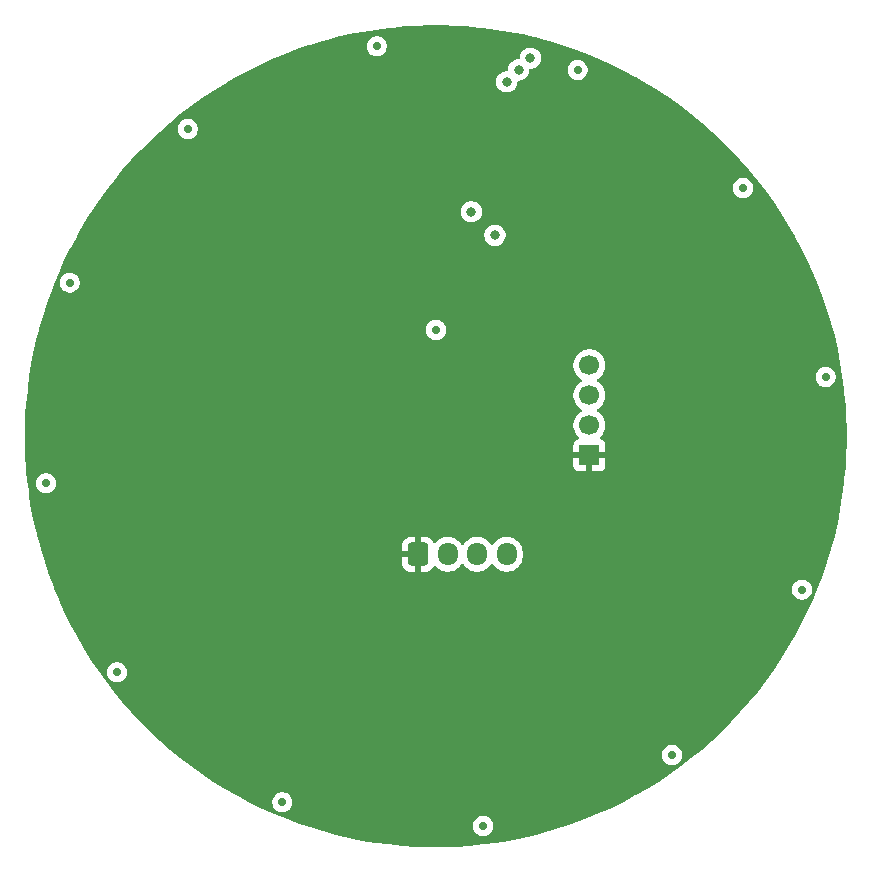
<source format=gbr>
%TF.GenerationSoftware,KiCad,Pcbnew,9.0.6*%
%TF.CreationDate,2026-02-24T16:40:53+01:00*%
%TF.ProjectId,MPC-Status,4d50432d-5374-4617-9475-732e6b696361,rev?*%
%TF.SameCoordinates,Original*%
%TF.FileFunction,Copper,L2,Inr*%
%TF.FilePolarity,Positive*%
%FSLAX46Y46*%
G04 Gerber Fmt 4.6, Leading zero omitted, Abs format (unit mm)*
G04 Created by KiCad (PCBNEW 9.0.6) date 2026-02-24 16:40:53*
%MOMM*%
%LPD*%
G01*
G04 APERTURE LIST*
G04 Aperture macros list*
%AMRoundRect*
0 Rectangle with rounded corners*
0 $1 Rounding radius*
0 $2 $3 $4 $5 $6 $7 $8 $9 X,Y pos of 4 corners*
0 Add a 4 corners polygon primitive as box body*
4,1,4,$2,$3,$4,$5,$6,$7,$8,$9,$2,$3,0*
0 Add four circle primitives for the rounded corners*
1,1,$1+$1,$2,$3*
1,1,$1+$1,$4,$5*
1,1,$1+$1,$6,$7*
1,1,$1+$1,$8,$9*
0 Add four rect primitives between the rounded corners*
20,1,$1+$1,$2,$3,$4,$5,0*
20,1,$1+$1,$4,$5,$6,$7,0*
20,1,$1+$1,$6,$7,$8,$9,0*
20,1,$1+$1,$8,$9,$2,$3,0*%
G04 Aperture macros list end*
%TA.AperFunction,ComponentPad*%
%ADD10R,1.700000X1.700000*%
%TD*%
%TA.AperFunction,ComponentPad*%
%ADD11C,1.700000*%
%TD*%
%TA.AperFunction,ComponentPad*%
%ADD12RoundRect,0.250000X-0.600000X-0.725000X0.600000X-0.725000X0.600000X0.725000X-0.600000X0.725000X0*%
%TD*%
%TA.AperFunction,ComponentPad*%
%ADD13O,1.700000X1.950000*%
%TD*%
%TA.AperFunction,ViaPad*%
%ADD14C,0.800000*%
%TD*%
%TA.AperFunction,ViaPad*%
%ADD15C,0.700000*%
%TD*%
G04 APERTURE END LIST*
D10*
%TO.N,GND*%
%TO.C,J1*%
X163000000Y-106620000D03*
D11*
%TO.N,Reset*%
X163000000Y-104080000D03*
%TO.N,Programmierpin*%
X163000000Y-101540000D03*
%TO.N,+5V*%
X163000000Y-99000000D03*
%TD*%
D12*
%TO.N,GND*%
%TO.C,J2*%
X148500000Y-115000000D03*
D13*
%TO.N,I2C_SDA*%
X151000000Y-115000000D03*
%TO.N,I2C_SCL*%
X153500000Y-115000000D03*
%TO.N,+5V*%
X156000000Y-115000000D03*
%TD*%
D14*
%TO.N,+5VD*%
X157000000Y-74000000D03*
X156000000Y-75000000D03*
X158000000Y-73000000D03*
%TO.N,GND*%
X165000000Y-92000000D03*
X164000000Y-94000000D03*
%TO.N,+5V*%
X153000000Y-86000000D03*
X155000000Y-88000000D03*
D15*
X150000000Y-96000000D03*
%TO.N,GND*%
X130000000Y-84000000D03*
X133000000Y-126000000D03*
X160000000Y-130000000D03*
X125000000Y-114000000D03*
X124000000Y-101000000D03*
X140000000Y-79000000D03*
X143000000Y-76000000D03*
X158000000Y-77000000D03*
X142000000Y-134000000D03*
X157000000Y-135000000D03*
X167000000Y-84000000D03*
X154000000Y-78000000D03*
X171000000Y-85000000D03*
X129000000Y-88000000D03*
X122000000Y-97000000D03*
X154000000Y-96000000D03*
X128000000Y-126000000D03*
X179000000Y-113000000D03*
X171000000Y-127000000D03*
X178000000Y-98000000D03*
X175000000Y-96000000D03*
X177000000Y-110000000D03*
X171000000Y-122000000D03*
X146000000Y-131000000D03*
X122000000Y-112000000D03*
%TO.N,+5VD*%
X162000000Y-74000000D03*
X176000000Y-84000000D03*
X119000000Y-92000000D03*
X145000000Y-72000000D03*
X137000000Y-136000000D03*
X123000000Y-125000000D03*
X117000000Y-109000000D03*
X129000000Y-79000000D03*
X154000000Y-138000000D03*
X170000000Y-132000000D03*
X183000000Y-100000000D03*
X181000000Y-118000000D03*
%TD*%
%TA.AperFunction,Conductor*%
%TO.N,GND*%
G36*
X150571396Y-70205224D02*
G01*
X151705528Y-70242352D01*
X151709523Y-70242548D01*
X152841843Y-70316764D01*
X152845881Y-70317095D01*
X153975167Y-70428320D01*
X153979099Y-70428773D01*
X155104146Y-70576888D01*
X155108113Y-70577476D01*
X156227738Y-70762327D01*
X156231680Y-70763045D01*
X157344615Y-70984421D01*
X157348490Y-70985258D01*
X158287811Y-71204276D01*
X158453607Y-71242935D01*
X158457543Y-71243921D01*
X158935911Y-71372099D01*
X159553617Y-71537612D01*
X159557443Y-71538705D01*
X160643383Y-71868122D01*
X160647166Y-71869337D01*
X161721683Y-72234087D01*
X161725492Y-72235450D01*
X162787461Y-72635147D01*
X162791230Y-72636636D01*
X163839591Y-73070880D01*
X163843279Y-73072479D01*
X164876858Y-73540789D01*
X164880526Y-73542524D01*
X165898211Y-74044390D01*
X165901820Y-74046244D01*
X166902554Y-74581147D01*
X166906051Y-74583090D01*
X167888778Y-75150468D01*
X167892230Y-75152538D01*
X168771759Y-75699464D01*
X168855826Y-75751740D01*
X168859228Y-75753933D01*
X169802716Y-76384351D01*
X169806052Y-76386660D01*
X170728387Y-77047597D01*
X170731646Y-77050014D01*
X171631866Y-77740777D01*
X171635045Y-77743300D01*
X172512200Y-78463162D01*
X172515257Y-78465755D01*
X173008868Y-78898641D01*
X173368399Y-79213941D01*
X173371405Y-79216666D01*
X174199573Y-79992330D01*
X174202489Y-79995152D01*
X175004847Y-80797510D01*
X175007669Y-80800426D01*
X175783333Y-81628594D01*
X175786058Y-81631600D01*
X176534228Y-82484724D01*
X176536853Y-82487818D01*
X177256699Y-83364954D01*
X177259222Y-83368133D01*
X177949985Y-84268353D01*
X177952402Y-84271612D01*
X178613339Y-85193947D01*
X178615648Y-85197283D01*
X179246060Y-86140762D01*
X179248259Y-86144173D01*
X179847453Y-87107755D01*
X179849539Y-87111235D01*
X180416895Y-88093924D01*
X180418866Y-88097471D01*
X180953755Y-89098179D01*
X180955609Y-89101788D01*
X181457475Y-90119473D01*
X181459210Y-90123141D01*
X181927512Y-91156703D01*
X181929126Y-91160426D01*
X182363361Y-92208764D01*
X182364852Y-92212538D01*
X182764549Y-93274507D01*
X182765916Y-93278327D01*
X183130645Y-94352783D01*
X183131887Y-94356647D01*
X183461281Y-95442511D01*
X183462395Y-95446413D01*
X183756078Y-96542456D01*
X183757064Y-96546392D01*
X184014731Y-97651464D01*
X184015587Y-97655430D01*
X184236949Y-98768294D01*
X184237676Y-98772286D01*
X184422519Y-99891863D01*
X184423114Y-99895877D01*
X184571220Y-101020851D01*
X184571684Y-101024882D01*
X184682903Y-102154115D01*
X184683235Y-102158159D01*
X184757449Y-103290447D01*
X184757648Y-103294500D01*
X184794776Y-104428603D01*
X184794842Y-104432660D01*
X184794842Y-105567339D01*
X184794776Y-105571396D01*
X184757648Y-106705499D01*
X184757449Y-106709552D01*
X184683235Y-107841840D01*
X184682903Y-107845884D01*
X184571684Y-108975117D01*
X184571220Y-108979148D01*
X184423114Y-110104122D01*
X184422519Y-110108136D01*
X184237676Y-111227713D01*
X184236949Y-111231705D01*
X184015587Y-112344569D01*
X184014731Y-112348535D01*
X183757064Y-113453607D01*
X183756078Y-113457543D01*
X183462395Y-114553586D01*
X183461281Y-114557488D01*
X183131887Y-115643352D01*
X183130645Y-115647216D01*
X182765916Y-116721672D01*
X182764549Y-116725492D01*
X182364852Y-117787461D01*
X182363361Y-117791235D01*
X181929126Y-118839573D01*
X181927512Y-118843296D01*
X181459210Y-119876858D01*
X181457475Y-119880526D01*
X180955609Y-120898211D01*
X180953755Y-120901820D01*
X180418866Y-121902528D01*
X180416895Y-121906075D01*
X179849539Y-122888764D01*
X179847453Y-122892244D01*
X179248259Y-123855826D01*
X179246060Y-123859237D01*
X178615648Y-124802716D01*
X178613339Y-124806052D01*
X177952402Y-125728387D01*
X177949985Y-125731646D01*
X177259222Y-126631866D01*
X177256699Y-126635045D01*
X176536853Y-127512181D01*
X176534228Y-127515275D01*
X175786058Y-128368399D01*
X175783333Y-128371405D01*
X175007669Y-129199573D01*
X175004847Y-129202489D01*
X174202489Y-130004847D01*
X174199573Y-130007669D01*
X173371405Y-130783333D01*
X173368399Y-130786058D01*
X172515275Y-131534228D01*
X172512181Y-131536853D01*
X171635045Y-132256699D01*
X171631866Y-132259222D01*
X170731646Y-132949985D01*
X170728387Y-132952402D01*
X169806052Y-133613339D01*
X169802716Y-133615648D01*
X168859237Y-134246060D01*
X168855826Y-134248259D01*
X167892244Y-134847453D01*
X167888764Y-134849539D01*
X166906075Y-135416895D01*
X166902528Y-135418866D01*
X165901820Y-135953755D01*
X165898211Y-135955609D01*
X164880526Y-136457475D01*
X164876858Y-136459210D01*
X163843296Y-136927512D01*
X163839573Y-136929126D01*
X162791235Y-137363361D01*
X162787461Y-137364852D01*
X161725492Y-137764549D01*
X161721672Y-137765916D01*
X160647216Y-138130645D01*
X160643352Y-138131887D01*
X159557488Y-138461281D01*
X159553586Y-138462395D01*
X158457543Y-138756078D01*
X158453607Y-138757064D01*
X157348535Y-139014731D01*
X157344569Y-139015587D01*
X156231705Y-139236949D01*
X156227713Y-139237676D01*
X155108136Y-139422519D01*
X155104122Y-139423114D01*
X153979148Y-139571220D01*
X153975117Y-139571684D01*
X152845884Y-139682903D01*
X152841840Y-139683235D01*
X151709552Y-139757449D01*
X151705499Y-139757648D01*
X150571396Y-139794776D01*
X150567339Y-139794842D01*
X149432661Y-139794842D01*
X149428604Y-139794776D01*
X148294500Y-139757648D01*
X148290447Y-139757449D01*
X147158159Y-139683235D01*
X147154115Y-139682903D01*
X146024882Y-139571684D01*
X146020851Y-139571220D01*
X144895877Y-139423114D01*
X144891863Y-139422519D01*
X143772286Y-139237676D01*
X143768294Y-139236949D01*
X142655430Y-139015587D01*
X142651464Y-139014731D01*
X141546392Y-138757064D01*
X141542456Y-138756078D01*
X140446413Y-138462395D01*
X140442511Y-138461281D01*
X139356647Y-138131887D01*
X139352796Y-138130649D01*
X138721143Y-137916232D01*
X138721131Y-137916228D01*
X153149500Y-137916228D01*
X153149500Y-138083771D01*
X153182182Y-138248074D01*
X153182184Y-138248082D01*
X153246295Y-138402860D01*
X153339373Y-138542162D01*
X153457837Y-138660626D01*
X153550494Y-138722537D01*
X153597137Y-138753703D01*
X153597138Y-138753703D01*
X153597139Y-138753704D01*
X153604138Y-138756603D01*
X153751918Y-138817816D01*
X153916228Y-138850499D01*
X153916232Y-138850500D01*
X153916233Y-138850500D01*
X154083768Y-138850500D01*
X154083769Y-138850499D01*
X154248082Y-138817816D01*
X154402863Y-138753703D01*
X154542162Y-138660626D01*
X154660626Y-138542162D01*
X154753703Y-138402863D01*
X154817816Y-138248082D01*
X154850500Y-138083767D01*
X154850500Y-137916233D01*
X154817816Y-137751918D01*
X154753703Y-137597137D01*
X154722537Y-137550494D01*
X154660626Y-137457837D01*
X154542162Y-137339373D01*
X154402860Y-137246295D01*
X154248082Y-137182184D01*
X154248074Y-137182182D01*
X154083771Y-137149500D01*
X154083767Y-137149500D01*
X153916233Y-137149500D01*
X153916228Y-137149500D01*
X153751925Y-137182182D01*
X153751917Y-137182184D01*
X153597139Y-137246295D01*
X153457837Y-137339373D01*
X153339373Y-137457837D01*
X153246295Y-137597139D01*
X153182184Y-137751917D01*
X153182182Y-137751925D01*
X153149500Y-137916228D01*
X138721131Y-137916228D01*
X138278327Y-137765916D01*
X138274507Y-137764549D01*
X137212538Y-137364852D01*
X137208764Y-137363361D01*
X136160426Y-136929126D01*
X136156703Y-136927512D01*
X135123141Y-136459210D01*
X135119473Y-136457475D01*
X134235104Y-136021353D01*
X134101788Y-135955609D01*
X134098179Y-135953755D01*
X134027971Y-135916228D01*
X136149500Y-135916228D01*
X136149500Y-136083771D01*
X136182182Y-136248074D01*
X136182184Y-136248082D01*
X136246295Y-136402860D01*
X136339373Y-136542162D01*
X136457837Y-136660626D01*
X136550494Y-136722537D01*
X136597137Y-136753703D01*
X136751918Y-136817816D01*
X136916228Y-136850499D01*
X136916232Y-136850500D01*
X136916233Y-136850500D01*
X137083768Y-136850500D01*
X137083769Y-136850499D01*
X137248082Y-136817816D01*
X137402863Y-136753703D01*
X137542162Y-136660626D01*
X137660626Y-136542162D01*
X137753703Y-136402863D01*
X137817816Y-136248082D01*
X137850500Y-136083767D01*
X137850500Y-135916233D01*
X137817816Y-135751918D01*
X137753703Y-135597137D01*
X137722537Y-135550494D01*
X137660626Y-135457837D01*
X137542162Y-135339373D01*
X137402860Y-135246295D01*
X137248082Y-135182184D01*
X137248074Y-135182182D01*
X137083771Y-135149500D01*
X137083767Y-135149500D01*
X136916233Y-135149500D01*
X136916228Y-135149500D01*
X136751925Y-135182182D01*
X136751917Y-135182184D01*
X136597139Y-135246295D01*
X136457837Y-135339373D01*
X136339373Y-135457837D01*
X136246295Y-135597139D01*
X136182184Y-135751917D01*
X136182182Y-135751925D01*
X136149500Y-135916228D01*
X134027971Y-135916228D01*
X133097471Y-135418866D01*
X133093924Y-135416895D01*
X132111235Y-134849539D01*
X132107755Y-134847453D01*
X131144173Y-134248259D01*
X131140762Y-134246060D01*
X130197283Y-133615648D01*
X130193947Y-133613339D01*
X129271612Y-132952402D01*
X129268353Y-132949985D01*
X128368133Y-132259222D01*
X128364954Y-132256699D01*
X128059469Y-132005994D01*
X127950089Y-131916228D01*
X169149500Y-131916228D01*
X169149500Y-132083771D01*
X169182182Y-132248074D01*
X169182184Y-132248082D01*
X169246295Y-132402860D01*
X169339373Y-132542162D01*
X169457837Y-132660626D01*
X169550494Y-132722537D01*
X169597137Y-132753703D01*
X169751918Y-132817816D01*
X169916228Y-132850499D01*
X169916232Y-132850500D01*
X169916233Y-132850500D01*
X170083768Y-132850500D01*
X170083769Y-132850499D01*
X170248082Y-132817816D01*
X170402863Y-132753703D01*
X170542162Y-132660626D01*
X170660626Y-132542162D01*
X170753703Y-132402863D01*
X170817816Y-132248082D01*
X170850500Y-132083767D01*
X170850500Y-131916233D01*
X170817816Y-131751918D01*
X170753703Y-131597137D01*
X170711668Y-131534228D01*
X170660626Y-131457837D01*
X170542162Y-131339373D01*
X170402860Y-131246295D01*
X170248082Y-131182184D01*
X170248074Y-131182182D01*
X170083771Y-131149500D01*
X170083767Y-131149500D01*
X169916233Y-131149500D01*
X169916228Y-131149500D01*
X169751925Y-131182182D01*
X169751917Y-131182184D01*
X169597139Y-131246295D01*
X169457837Y-131339373D01*
X169339373Y-131457837D01*
X169246295Y-131597139D01*
X169182184Y-131751917D01*
X169182182Y-131751925D01*
X169149500Y-131916228D01*
X127950089Y-131916228D01*
X127561277Y-131597139D01*
X127487805Y-131536842D01*
X127484724Y-131534228D01*
X127156399Y-131246295D01*
X126972868Y-131085342D01*
X126631600Y-130786058D01*
X126628594Y-130783333D01*
X125800426Y-130007669D01*
X125797510Y-130004847D01*
X124995152Y-129202489D01*
X124992330Y-129199573D01*
X124216666Y-128371405D01*
X124213941Y-128368399D01*
X123694622Y-127776229D01*
X123465755Y-127515257D01*
X123463162Y-127512200D01*
X122743300Y-126635045D01*
X122740777Y-126631866D01*
X122050014Y-125731646D01*
X122047597Y-125728387D01*
X121814327Y-125402860D01*
X121465611Y-124916228D01*
X122149500Y-124916228D01*
X122149500Y-125083771D01*
X122182182Y-125248074D01*
X122182184Y-125248082D01*
X122246295Y-125402860D01*
X122339373Y-125542162D01*
X122457837Y-125660626D01*
X122550494Y-125722537D01*
X122597137Y-125753703D01*
X122751918Y-125817816D01*
X122916228Y-125850499D01*
X122916232Y-125850500D01*
X122916233Y-125850500D01*
X123083768Y-125850500D01*
X123083769Y-125850499D01*
X123248082Y-125817816D01*
X123402863Y-125753703D01*
X123542162Y-125660626D01*
X123660626Y-125542162D01*
X123753703Y-125402863D01*
X123817816Y-125248082D01*
X123850500Y-125083767D01*
X123850500Y-124916233D01*
X123817816Y-124751918D01*
X123753703Y-124597137D01*
X123722537Y-124550494D01*
X123660626Y-124457837D01*
X123542162Y-124339373D01*
X123402860Y-124246295D01*
X123248082Y-124182184D01*
X123248074Y-124182182D01*
X123083771Y-124149500D01*
X123083767Y-124149500D01*
X122916233Y-124149500D01*
X122916228Y-124149500D01*
X122751925Y-124182182D01*
X122751917Y-124182184D01*
X122597139Y-124246295D01*
X122457837Y-124339373D01*
X122339373Y-124457837D01*
X122246295Y-124597139D01*
X122182184Y-124751917D01*
X122182182Y-124751925D01*
X122149500Y-124916228D01*
X121465611Y-124916228D01*
X121386657Y-124806048D01*
X121384351Y-124802716D01*
X121153911Y-124457838D01*
X120753933Y-123859228D01*
X120751740Y-123855826D01*
X120152546Y-122892244D01*
X120150460Y-122888764D01*
X119583090Y-121906051D01*
X119581147Y-121902554D01*
X119046244Y-120901820D01*
X119044390Y-120898211D01*
X118542524Y-119880526D01*
X118540789Y-119876858D01*
X118072487Y-118843296D01*
X118070873Y-118839573D01*
X118061861Y-118817817D01*
X117688412Y-117916228D01*
X180149500Y-117916228D01*
X180149500Y-118083771D01*
X180182182Y-118248074D01*
X180182184Y-118248082D01*
X180246295Y-118402860D01*
X180339373Y-118542162D01*
X180457837Y-118660626D01*
X180550494Y-118722537D01*
X180597137Y-118753703D01*
X180751918Y-118817816D01*
X180880016Y-118843296D01*
X180916228Y-118850499D01*
X180916232Y-118850500D01*
X180916233Y-118850500D01*
X181083768Y-118850500D01*
X181083769Y-118850499D01*
X181248082Y-118817816D01*
X181402863Y-118753703D01*
X181542162Y-118660626D01*
X181660626Y-118542162D01*
X181753703Y-118402863D01*
X181817816Y-118248082D01*
X181850500Y-118083767D01*
X181850500Y-117916233D01*
X181817816Y-117751918D01*
X181753703Y-117597137D01*
X181722537Y-117550494D01*
X181660626Y-117457837D01*
X181542162Y-117339373D01*
X181402860Y-117246295D01*
X181248082Y-117182184D01*
X181248074Y-117182182D01*
X181083771Y-117149500D01*
X181083767Y-117149500D01*
X180916233Y-117149500D01*
X180916228Y-117149500D01*
X180751925Y-117182182D01*
X180751917Y-117182184D01*
X180597139Y-117246295D01*
X180457837Y-117339373D01*
X180339373Y-117457837D01*
X180246295Y-117597139D01*
X180182184Y-117751917D01*
X180182182Y-117751925D01*
X180149500Y-117916228D01*
X117688412Y-117916228D01*
X117636636Y-117791230D01*
X117635147Y-117787461D01*
X117235450Y-116725492D01*
X117234083Y-116721672D01*
X117150349Y-116474999D01*
X116869337Y-115647166D01*
X116868122Y-115643383D01*
X116538705Y-114557443D01*
X116537612Y-114553617D01*
X116449563Y-114225013D01*
X147150000Y-114225013D01*
X147150000Y-114750000D01*
X148095854Y-114750000D01*
X148057370Y-114816657D01*
X148025000Y-114937465D01*
X148025000Y-115062535D01*
X148057370Y-115183343D01*
X148095854Y-115250000D01*
X147150001Y-115250000D01*
X147150001Y-115774986D01*
X147160494Y-115877697D01*
X147215641Y-116044119D01*
X147215643Y-116044124D01*
X147307684Y-116193345D01*
X147431654Y-116317315D01*
X147580875Y-116409356D01*
X147580880Y-116409358D01*
X147747302Y-116464505D01*
X147747309Y-116464506D01*
X147850019Y-116474999D01*
X148249999Y-116474999D01*
X148250000Y-116474998D01*
X148250000Y-115404145D01*
X148316657Y-115442630D01*
X148437465Y-115475000D01*
X148562535Y-115475000D01*
X148683343Y-115442630D01*
X148750000Y-115404145D01*
X148750000Y-116474999D01*
X149149972Y-116474999D01*
X149149986Y-116474998D01*
X149252697Y-116464505D01*
X149419119Y-116409358D01*
X149419124Y-116409356D01*
X149568345Y-116317315D01*
X149692317Y-116193343D01*
X149787815Y-116038516D01*
X149839763Y-115991791D01*
X149908725Y-115980568D01*
X149972808Y-116008412D01*
X149981035Y-116015931D01*
X150120213Y-116155109D01*
X150292179Y-116280048D01*
X150292181Y-116280049D01*
X150292184Y-116280051D01*
X150481588Y-116376557D01*
X150683757Y-116442246D01*
X150893713Y-116475500D01*
X150893714Y-116475500D01*
X151106286Y-116475500D01*
X151106287Y-116475500D01*
X151316243Y-116442246D01*
X151518412Y-116376557D01*
X151707816Y-116280051D01*
X151729789Y-116264086D01*
X151879786Y-116155109D01*
X151879788Y-116155106D01*
X151879792Y-116155104D01*
X152030104Y-116004792D01*
X152149683Y-115840204D01*
X152205011Y-115797540D01*
X152274624Y-115791561D01*
X152336420Y-115824166D01*
X152350313Y-115840199D01*
X152377557Y-115877697D01*
X152469896Y-116004792D01*
X152620213Y-116155109D01*
X152792179Y-116280048D01*
X152792181Y-116280049D01*
X152792184Y-116280051D01*
X152981588Y-116376557D01*
X153183757Y-116442246D01*
X153393713Y-116475500D01*
X153393714Y-116475500D01*
X153606286Y-116475500D01*
X153606287Y-116475500D01*
X153816243Y-116442246D01*
X154018412Y-116376557D01*
X154207816Y-116280051D01*
X154229789Y-116264086D01*
X154379786Y-116155109D01*
X154379788Y-116155106D01*
X154379792Y-116155104D01*
X154530104Y-116004792D01*
X154649683Y-115840204D01*
X154705011Y-115797540D01*
X154774624Y-115791561D01*
X154836420Y-115824166D01*
X154850313Y-115840199D01*
X154877557Y-115877697D01*
X154969896Y-116004792D01*
X155120213Y-116155109D01*
X155292179Y-116280048D01*
X155292181Y-116280049D01*
X155292184Y-116280051D01*
X155481588Y-116376557D01*
X155683757Y-116442246D01*
X155893713Y-116475500D01*
X155893714Y-116475500D01*
X156106286Y-116475500D01*
X156106287Y-116475500D01*
X156316243Y-116442246D01*
X156518412Y-116376557D01*
X156707816Y-116280051D01*
X156729789Y-116264086D01*
X156879786Y-116155109D01*
X156879788Y-116155106D01*
X156879792Y-116155104D01*
X157030104Y-116004792D01*
X157030106Y-116004788D01*
X157030109Y-116004786D01*
X157155048Y-115832820D01*
X157155047Y-115832820D01*
X157155051Y-115832816D01*
X157251557Y-115643412D01*
X157317246Y-115441243D01*
X157350500Y-115231287D01*
X157350500Y-114768713D01*
X157317246Y-114558757D01*
X157251557Y-114356588D01*
X157155051Y-114167184D01*
X157155049Y-114167181D01*
X157155048Y-114167179D01*
X157030109Y-113995213D01*
X156879786Y-113844890D01*
X156707820Y-113719951D01*
X156518414Y-113623444D01*
X156518413Y-113623443D01*
X156518412Y-113623443D01*
X156316243Y-113557754D01*
X156316241Y-113557753D01*
X156316240Y-113557753D01*
X156154957Y-113532208D01*
X156106287Y-113524500D01*
X155893713Y-113524500D01*
X155845042Y-113532208D01*
X155683760Y-113557753D01*
X155481585Y-113623444D01*
X155292179Y-113719951D01*
X155120213Y-113844890D01*
X154969894Y-113995209D01*
X154969890Y-113995214D01*
X154850318Y-114159793D01*
X154794989Y-114202459D01*
X154725375Y-114208438D01*
X154663580Y-114175833D01*
X154649682Y-114159793D01*
X154530109Y-113995214D01*
X154530105Y-113995209D01*
X154379786Y-113844890D01*
X154207820Y-113719951D01*
X154018414Y-113623444D01*
X154018413Y-113623443D01*
X154018412Y-113623443D01*
X153816243Y-113557754D01*
X153816241Y-113557753D01*
X153816240Y-113557753D01*
X153654957Y-113532208D01*
X153606287Y-113524500D01*
X153393713Y-113524500D01*
X153345042Y-113532208D01*
X153183760Y-113557753D01*
X152981585Y-113623444D01*
X152792179Y-113719951D01*
X152620213Y-113844890D01*
X152469894Y-113995209D01*
X152469890Y-113995214D01*
X152350318Y-114159793D01*
X152294989Y-114202459D01*
X152225375Y-114208438D01*
X152163580Y-114175833D01*
X152149682Y-114159793D01*
X152030109Y-113995214D01*
X152030105Y-113995209D01*
X151879786Y-113844890D01*
X151707820Y-113719951D01*
X151518414Y-113623444D01*
X151518413Y-113623443D01*
X151518412Y-113623443D01*
X151316243Y-113557754D01*
X151316241Y-113557753D01*
X151316240Y-113557753D01*
X151154957Y-113532208D01*
X151106287Y-113524500D01*
X150893713Y-113524500D01*
X150845042Y-113532208D01*
X150683760Y-113557753D01*
X150481585Y-113623444D01*
X150292179Y-113719951D01*
X150120215Y-113844889D01*
X149981035Y-113984069D01*
X149919712Y-114017553D01*
X149850020Y-114012569D01*
X149794087Y-113970697D01*
X149787815Y-113961484D01*
X149692315Y-113806654D01*
X149568345Y-113682684D01*
X149419124Y-113590643D01*
X149419119Y-113590641D01*
X149252697Y-113535494D01*
X149252690Y-113535493D01*
X149149986Y-113525000D01*
X148750000Y-113525000D01*
X148750000Y-114595854D01*
X148683343Y-114557370D01*
X148562535Y-114525000D01*
X148437465Y-114525000D01*
X148316657Y-114557370D01*
X148250000Y-114595854D01*
X148250000Y-113525000D01*
X147850028Y-113525000D01*
X147850012Y-113525001D01*
X147747302Y-113535494D01*
X147580880Y-113590641D01*
X147580875Y-113590643D01*
X147431654Y-113682684D01*
X147307684Y-113806654D01*
X147215643Y-113955875D01*
X147215641Y-113955880D01*
X147160494Y-114122302D01*
X147160493Y-114122309D01*
X147150000Y-114225013D01*
X116449563Y-114225013D01*
X116288374Y-113623444D01*
X116243921Y-113457543D01*
X116242935Y-113453607D01*
X116204276Y-113287811D01*
X115985258Y-112348490D01*
X115984421Y-112344615D01*
X115763045Y-111231680D01*
X115762323Y-111227713D01*
X115586980Y-110165678D01*
X115577476Y-110108113D01*
X115576885Y-110104122D01*
X115543495Y-109850499D01*
X115428773Y-108979099D01*
X115428320Y-108975160D01*
X115422516Y-108916228D01*
X116149500Y-108916228D01*
X116149500Y-109083771D01*
X116182182Y-109248074D01*
X116182184Y-109248082D01*
X116246295Y-109402860D01*
X116339373Y-109542162D01*
X116457837Y-109660626D01*
X116550494Y-109722537D01*
X116597137Y-109753703D01*
X116751918Y-109817816D01*
X116916228Y-109850499D01*
X116916232Y-109850500D01*
X116916233Y-109850500D01*
X117083768Y-109850500D01*
X117083769Y-109850499D01*
X117248082Y-109817816D01*
X117402863Y-109753703D01*
X117542162Y-109660626D01*
X117660626Y-109542162D01*
X117753703Y-109402863D01*
X117817816Y-109248082D01*
X117850500Y-109083767D01*
X117850500Y-108916233D01*
X117817816Y-108751918D01*
X117753703Y-108597137D01*
X117722537Y-108550494D01*
X117660626Y-108457837D01*
X117542162Y-108339373D01*
X117402860Y-108246295D01*
X117248082Y-108182184D01*
X117248074Y-108182182D01*
X117083771Y-108149500D01*
X117083767Y-108149500D01*
X116916233Y-108149500D01*
X116916228Y-108149500D01*
X116751925Y-108182182D01*
X116751917Y-108182184D01*
X116597139Y-108246295D01*
X116457837Y-108339373D01*
X116339373Y-108457837D01*
X116246295Y-108597139D01*
X116182184Y-108751917D01*
X116182182Y-108751925D01*
X116149500Y-108916228D01*
X115422516Y-108916228D01*
X115317095Y-107845881D01*
X115316764Y-107841840D01*
X115308260Y-107712093D01*
X115242548Y-106709523D01*
X115242351Y-106705499D01*
X115237397Y-106554174D01*
X115205224Y-105571396D01*
X115205158Y-105567339D01*
X115205158Y-104432660D01*
X115205224Y-104428603D01*
X115206283Y-104396243D01*
X115242352Y-103294468D01*
X115242548Y-103290479D01*
X115316764Y-102158151D01*
X115317096Y-102154115D01*
X115346434Y-101856239D01*
X115428321Y-101024825D01*
X115428772Y-101020907D01*
X115576889Y-99895844D01*
X115577475Y-99891895D01*
X115742275Y-98893713D01*
X161649500Y-98893713D01*
X161649500Y-99106286D01*
X161671675Y-99246297D01*
X161682754Y-99316243D01*
X161728761Y-99457838D01*
X161748444Y-99518414D01*
X161844951Y-99707820D01*
X161969890Y-99879786D01*
X162120213Y-100030109D01*
X162292182Y-100155050D01*
X162300946Y-100159516D01*
X162351742Y-100207491D01*
X162368536Y-100275312D01*
X162345998Y-100341447D01*
X162300946Y-100380484D01*
X162292182Y-100384949D01*
X162120213Y-100509890D01*
X161969890Y-100660213D01*
X161844951Y-100832179D01*
X161748444Y-101021585D01*
X161682753Y-101223760D01*
X161649500Y-101433713D01*
X161649500Y-101646286D01*
X161682753Y-101856239D01*
X161748444Y-102058414D01*
X161844951Y-102247820D01*
X161969890Y-102419786D01*
X162120213Y-102570109D01*
X162292182Y-102695050D01*
X162300946Y-102699516D01*
X162351742Y-102747491D01*
X162368536Y-102815312D01*
X162345998Y-102881447D01*
X162300946Y-102920484D01*
X162292182Y-102924949D01*
X162120213Y-103049890D01*
X161969890Y-103200213D01*
X161844951Y-103372179D01*
X161748444Y-103561585D01*
X161682753Y-103763760D01*
X161649500Y-103973713D01*
X161649500Y-104186287D01*
X161682754Y-104396243D01*
X161693268Y-104428603D01*
X161748444Y-104598414D01*
X161844951Y-104787820D01*
X161969890Y-104959786D01*
X162083818Y-105073714D01*
X162117303Y-105135037D01*
X162112319Y-105204729D01*
X162070447Y-105260662D01*
X162039471Y-105277577D01*
X161907912Y-105326646D01*
X161907906Y-105326649D01*
X161792812Y-105412809D01*
X161792809Y-105412812D01*
X161706649Y-105527906D01*
X161706645Y-105527913D01*
X161656403Y-105662620D01*
X161656401Y-105662627D01*
X161650000Y-105722155D01*
X161650000Y-106370000D01*
X162566988Y-106370000D01*
X162534075Y-106427007D01*
X162500000Y-106554174D01*
X162500000Y-106685826D01*
X162534075Y-106812993D01*
X162566988Y-106870000D01*
X161650000Y-106870000D01*
X161650000Y-107517844D01*
X161656401Y-107577372D01*
X161656403Y-107577379D01*
X161706645Y-107712086D01*
X161706649Y-107712093D01*
X161792809Y-107827187D01*
X161792812Y-107827190D01*
X161907906Y-107913350D01*
X161907913Y-107913354D01*
X162042620Y-107963596D01*
X162042627Y-107963598D01*
X162102155Y-107969999D01*
X162102172Y-107970000D01*
X162750000Y-107970000D01*
X162750000Y-107053012D01*
X162807007Y-107085925D01*
X162934174Y-107120000D01*
X163065826Y-107120000D01*
X163192993Y-107085925D01*
X163250000Y-107053012D01*
X163250000Y-107970000D01*
X163897828Y-107970000D01*
X163897844Y-107969999D01*
X163957372Y-107963598D01*
X163957379Y-107963596D01*
X164092086Y-107913354D01*
X164092093Y-107913350D01*
X164207187Y-107827190D01*
X164207190Y-107827187D01*
X164293350Y-107712093D01*
X164293354Y-107712086D01*
X164343596Y-107577379D01*
X164343598Y-107577372D01*
X164349999Y-107517844D01*
X164350000Y-107517827D01*
X164350000Y-106870000D01*
X163433012Y-106870000D01*
X163465925Y-106812993D01*
X163500000Y-106685826D01*
X163500000Y-106554174D01*
X163465925Y-106427007D01*
X163433012Y-106370000D01*
X164350000Y-106370000D01*
X164350000Y-105722172D01*
X164349999Y-105722155D01*
X164343598Y-105662627D01*
X164343596Y-105662620D01*
X164293354Y-105527913D01*
X164293350Y-105527906D01*
X164207190Y-105412812D01*
X164207187Y-105412809D01*
X164092093Y-105326649D01*
X164092088Y-105326646D01*
X163960528Y-105277577D01*
X163904595Y-105235705D01*
X163880178Y-105170241D01*
X163895030Y-105101968D01*
X163916175Y-105073720D01*
X164030104Y-104959792D01*
X164155051Y-104787816D01*
X164251557Y-104598412D01*
X164317246Y-104396243D01*
X164350500Y-104186287D01*
X164350500Y-103973713D01*
X164317246Y-103763757D01*
X164251557Y-103561588D01*
X164155051Y-103372184D01*
X164155049Y-103372181D01*
X164155048Y-103372179D01*
X164030109Y-103200213D01*
X163879786Y-103049890D01*
X163707820Y-102924951D01*
X163707115Y-102924591D01*
X163699054Y-102920485D01*
X163648259Y-102872512D01*
X163631463Y-102804692D01*
X163653999Y-102738556D01*
X163699054Y-102699515D01*
X163707816Y-102695051D01*
X163729789Y-102679086D01*
X163879786Y-102570109D01*
X163879788Y-102570106D01*
X163879792Y-102570104D01*
X164030104Y-102419792D01*
X164030106Y-102419788D01*
X164030109Y-102419786D01*
X164155048Y-102247820D01*
X164155047Y-102247820D01*
X164155051Y-102247816D01*
X164251557Y-102058412D01*
X164317246Y-101856243D01*
X164350500Y-101646287D01*
X164350500Y-101433713D01*
X164317246Y-101223757D01*
X164251557Y-101021588D01*
X164155051Y-100832184D01*
X164155049Y-100832181D01*
X164155048Y-100832179D01*
X164030109Y-100660213D01*
X163879786Y-100509890D01*
X163707820Y-100384951D01*
X163707115Y-100384591D01*
X163699054Y-100380485D01*
X163648259Y-100332512D01*
X163631463Y-100264692D01*
X163653999Y-100198556D01*
X163699054Y-100159515D01*
X163707816Y-100155051D01*
X163729789Y-100139086D01*
X163879786Y-100030109D01*
X163879788Y-100030106D01*
X163879792Y-100030104D01*
X163993668Y-99916228D01*
X182149500Y-99916228D01*
X182149500Y-100083771D01*
X182182182Y-100248074D01*
X182182184Y-100248082D01*
X182246295Y-100402860D01*
X182339373Y-100542162D01*
X182457837Y-100660626D01*
X182550494Y-100722537D01*
X182597137Y-100753703D01*
X182751918Y-100817816D01*
X182916228Y-100850499D01*
X182916232Y-100850500D01*
X182916233Y-100850500D01*
X183083768Y-100850500D01*
X183083769Y-100850499D01*
X183248082Y-100817816D01*
X183402863Y-100753703D01*
X183542162Y-100660626D01*
X183660626Y-100542162D01*
X183753703Y-100402863D01*
X183817816Y-100248082D01*
X183850500Y-100083767D01*
X183850500Y-99916233D01*
X183817816Y-99751918D01*
X183753703Y-99597137D01*
X183701102Y-99518414D01*
X183660626Y-99457837D01*
X183542162Y-99339373D01*
X183402860Y-99246295D01*
X183248082Y-99182184D01*
X183248074Y-99182182D01*
X183083771Y-99149500D01*
X183083767Y-99149500D01*
X182916233Y-99149500D01*
X182916228Y-99149500D01*
X182751925Y-99182182D01*
X182751917Y-99182184D01*
X182597139Y-99246295D01*
X182457837Y-99339373D01*
X182339373Y-99457837D01*
X182246295Y-99597139D01*
X182182184Y-99751917D01*
X182182182Y-99751925D01*
X182149500Y-99916228D01*
X163993668Y-99916228D01*
X164030104Y-99879792D01*
X164032540Y-99876438D01*
X164061009Y-99837256D01*
X164155048Y-99707820D01*
X164155047Y-99707820D01*
X164155051Y-99707816D01*
X164251557Y-99518412D01*
X164317246Y-99316243D01*
X164350500Y-99106287D01*
X164350500Y-98893713D01*
X164317246Y-98683757D01*
X164251557Y-98481588D01*
X164155051Y-98292184D01*
X164155049Y-98292181D01*
X164155048Y-98292179D01*
X164030109Y-98120213D01*
X163879786Y-97969890D01*
X163707820Y-97844951D01*
X163518414Y-97748444D01*
X163518413Y-97748443D01*
X163518412Y-97748443D01*
X163316243Y-97682754D01*
X163316241Y-97682753D01*
X163316240Y-97682753D01*
X163143727Y-97655430D01*
X163106287Y-97649500D01*
X162893713Y-97649500D01*
X162856273Y-97655430D01*
X162683760Y-97682753D01*
X162481585Y-97748444D01*
X162292179Y-97844951D01*
X162120213Y-97969890D01*
X161969890Y-98120213D01*
X161844951Y-98292179D01*
X161748444Y-98481585D01*
X161682753Y-98683760D01*
X161649500Y-98893713D01*
X115742275Y-98893713D01*
X115762327Y-98772261D01*
X115763043Y-98768330D01*
X115984424Y-97655371D01*
X115985255Y-97651522D01*
X116242936Y-96546386D01*
X116243921Y-96542456D01*
X116366826Y-96083767D01*
X116411718Y-95916228D01*
X149149500Y-95916228D01*
X149149500Y-96083771D01*
X149182182Y-96248074D01*
X149182184Y-96248082D01*
X149246295Y-96402860D01*
X149339373Y-96542162D01*
X149457837Y-96660626D01*
X149550494Y-96722537D01*
X149597137Y-96753703D01*
X149751918Y-96817816D01*
X149916228Y-96850499D01*
X149916232Y-96850500D01*
X149916233Y-96850500D01*
X150083768Y-96850500D01*
X150083769Y-96850499D01*
X150248082Y-96817816D01*
X150402863Y-96753703D01*
X150542162Y-96660626D01*
X150660626Y-96542162D01*
X150753703Y-96402863D01*
X150817816Y-96248082D01*
X150850500Y-96083767D01*
X150850500Y-95916233D01*
X150817816Y-95751918D01*
X150753703Y-95597137D01*
X150722537Y-95550494D01*
X150660626Y-95457837D01*
X150542162Y-95339373D01*
X150402860Y-95246295D01*
X150248082Y-95182184D01*
X150248074Y-95182182D01*
X150083771Y-95149500D01*
X150083767Y-95149500D01*
X149916233Y-95149500D01*
X149916228Y-95149500D01*
X149751925Y-95182182D01*
X149751917Y-95182184D01*
X149597139Y-95246295D01*
X149457837Y-95339373D01*
X149339373Y-95457837D01*
X149246295Y-95597139D01*
X149182184Y-95751917D01*
X149182182Y-95751925D01*
X149149500Y-95916228D01*
X116411718Y-95916228D01*
X116537617Y-95446366D01*
X116538700Y-95442572D01*
X116868127Y-94356598D01*
X116869331Y-94352851D01*
X117234093Y-93278297D01*
X117235450Y-93274507D01*
X117395035Y-92850500D01*
X117635157Y-92212511D01*
X117636627Y-92208790D01*
X117757810Y-91916228D01*
X118149500Y-91916228D01*
X118149500Y-92083771D01*
X118182182Y-92248074D01*
X118182184Y-92248082D01*
X118246295Y-92402860D01*
X118339373Y-92542162D01*
X118457837Y-92660626D01*
X118550494Y-92722537D01*
X118597137Y-92753703D01*
X118751918Y-92817816D01*
X118916228Y-92850499D01*
X118916232Y-92850500D01*
X118916233Y-92850500D01*
X119083768Y-92850500D01*
X119083769Y-92850499D01*
X119248082Y-92817816D01*
X119402863Y-92753703D01*
X119542162Y-92660626D01*
X119660626Y-92542162D01*
X119753703Y-92402863D01*
X119817816Y-92248082D01*
X119850500Y-92083767D01*
X119850500Y-91916233D01*
X119817816Y-91751918D01*
X119753703Y-91597137D01*
X119722537Y-91550494D01*
X119660626Y-91457837D01*
X119542162Y-91339373D01*
X119402860Y-91246295D01*
X119248082Y-91182184D01*
X119248074Y-91182182D01*
X119083771Y-91149500D01*
X119083767Y-91149500D01*
X118916233Y-91149500D01*
X118916228Y-91149500D01*
X118751925Y-91182182D01*
X118751917Y-91182184D01*
X118597139Y-91246295D01*
X118457837Y-91339373D01*
X118339373Y-91457837D01*
X118246295Y-91597139D01*
X118182184Y-91751917D01*
X118182182Y-91751925D01*
X118149500Y-91916228D01*
X117757810Y-91916228D01*
X118070890Y-91160386D01*
X118072469Y-91156742D01*
X118540800Y-90123116D01*
X118542524Y-90119473D01*
X119044390Y-89101788D01*
X119046244Y-89098179D01*
X119151906Y-88900500D01*
X119581161Y-88097419D01*
X119583075Y-88093974D01*
X119688540Y-87911304D01*
X154099500Y-87911304D01*
X154099500Y-88088695D01*
X154134103Y-88262658D01*
X154134106Y-88262667D01*
X154201983Y-88426540D01*
X154201990Y-88426553D01*
X154300535Y-88574034D01*
X154300538Y-88574038D01*
X154425961Y-88699461D01*
X154425965Y-88699464D01*
X154573446Y-88798009D01*
X154573459Y-88798016D01*
X154696363Y-88848923D01*
X154737334Y-88865894D01*
X154737336Y-88865894D01*
X154737341Y-88865896D01*
X154911304Y-88900499D01*
X154911307Y-88900500D01*
X154911309Y-88900500D01*
X155088693Y-88900500D01*
X155088694Y-88900499D01*
X155146682Y-88888964D01*
X155262658Y-88865896D01*
X155262661Y-88865894D01*
X155262666Y-88865894D01*
X155426547Y-88798013D01*
X155574035Y-88699464D01*
X155699464Y-88574035D01*
X155798013Y-88426547D01*
X155865894Y-88262666D01*
X155900500Y-88088691D01*
X155900500Y-87911309D01*
X155900500Y-87911306D01*
X155900499Y-87911304D01*
X155865896Y-87737341D01*
X155865893Y-87737332D01*
X155798016Y-87573459D01*
X155798009Y-87573446D01*
X155699464Y-87425965D01*
X155699461Y-87425961D01*
X155574038Y-87300538D01*
X155574034Y-87300535D01*
X155426553Y-87201990D01*
X155426540Y-87201983D01*
X155262667Y-87134106D01*
X155262658Y-87134103D01*
X155088694Y-87099500D01*
X155088691Y-87099500D01*
X154911309Y-87099500D01*
X154911306Y-87099500D01*
X154737341Y-87134103D01*
X154737332Y-87134106D01*
X154573459Y-87201983D01*
X154573446Y-87201990D01*
X154425965Y-87300535D01*
X154425961Y-87300538D01*
X154300538Y-87425961D01*
X154300535Y-87425965D01*
X154201990Y-87573446D01*
X154201983Y-87573459D01*
X154134106Y-87737332D01*
X154134103Y-87737341D01*
X154099500Y-87911304D01*
X119688540Y-87911304D01*
X120150484Y-87111194D01*
X120152521Y-87107795D01*
X120751763Y-86144136D01*
X120753914Y-86140799D01*
X120907258Y-85911304D01*
X152099500Y-85911304D01*
X152099500Y-86088695D01*
X152134103Y-86262658D01*
X152134106Y-86262667D01*
X152201983Y-86426540D01*
X152201990Y-86426553D01*
X152300535Y-86574034D01*
X152300538Y-86574038D01*
X152425961Y-86699461D01*
X152425965Y-86699464D01*
X152573446Y-86798009D01*
X152573459Y-86798016D01*
X152696363Y-86848923D01*
X152737334Y-86865894D01*
X152737336Y-86865894D01*
X152737341Y-86865896D01*
X152911304Y-86900499D01*
X152911307Y-86900500D01*
X152911309Y-86900500D01*
X153088693Y-86900500D01*
X153088694Y-86900499D01*
X153146682Y-86888964D01*
X153262658Y-86865896D01*
X153262661Y-86865894D01*
X153262666Y-86865894D01*
X153426547Y-86798013D01*
X153574035Y-86699464D01*
X153699464Y-86574035D01*
X153798013Y-86426547D01*
X153865894Y-86262666D01*
X153900500Y-86088691D01*
X153900500Y-85911309D01*
X153900500Y-85911306D01*
X153900499Y-85911304D01*
X153865896Y-85737341D01*
X153865893Y-85737332D01*
X153798016Y-85573459D01*
X153798009Y-85573446D01*
X153699464Y-85425965D01*
X153699461Y-85425961D01*
X153574038Y-85300538D01*
X153574034Y-85300535D01*
X153426553Y-85201990D01*
X153426540Y-85201983D01*
X153262667Y-85134106D01*
X153262658Y-85134103D01*
X153088694Y-85099500D01*
X153088691Y-85099500D01*
X152911309Y-85099500D01*
X152911306Y-85099500D01*
X152737341Y-85134103D01*
X152737332Y-85134106D01*
X152573459Y-85201983D01*
X152573446Y-85201990D01*
X152425965Y-85300535D01*
X152425961Y-85300538D01*
X152300538Y-85425961D01*
X152300535Y-85425965D01*
X152201990Y-85573446D01*
X152201983Y-85573459D01*
X152134106Y-85737332D01*
X152134103Y-85737341D01*
X152099500Y-85911304D01*
X120907258Y-85911304D01*
X121384373Y-85197250D01*
X121386637Y-85193980D01*
X122047615Y-84271587D01*
X122049995Y-84268377D01*
X122320209Y-83916228D01*
X175149500Y-83916228D01*
X175149500Y-84083771D01*
X175182182Y-84248074D01*
X175182184Y-84248082D01*
X175246295Y-84402860D01*
X175339373Y-84542162D01*
X175457837Y-84660626D01*
X175550494Y-84722537D01*
X175597137Y-84753703D01*
X175751918Y-84817816D01*
X175916228Y-84850499D01*
X175916232Y-84850500D01*
X175916233Y-84850500D01*
X176083768Y-84850500D01*
X176083769Y-84850499D01*
X176248082Y-84817816D01*
X176402863Y-84753703D01*
X176542162Y-84660626D01*
X176660626Y-84542162D01*
X176753703Y-84402863D01*
X176817816Y-84248082D01*
X176850500Y-84083767D01*
X176850500Y-83916233D01*
X176817816Y-83751918D01*
X176753703Y-83597137D01*
X176722537Y-83550494D01*
X176660626Y-83457837D01*
X176542162Y-83339373D01*
X176402860Y-83246295D01*
X176248082Y-83182184D01*
X176248074Y-83182182D01*
X176083771Y-83149500D01*
X176083767Y-83149500D01*
X175916233Y-83149500D01*
X175916228Y-83149500D01*
X175751925Y-83182182D01*
X175751917Y-83182184D01*
X175597139Y-83246295D01*
X175457837Y-83339373D01*
X175339373Y-83457837D01*
X175246295Y-83597139D01*
X175182184Y-83751917D01*
X175182182Y-83751925D01*
X175149500Y-83916228D01*
X122320209Y-83916228D01*
X122740795Y-83368110D01*
X122743281Y-83364977D01*
X123463187Y-82487769D01*
X123465729Y-82484772D01*
X124213956Y-81631582D01*
X124216649Y-81628611D01*
X124992359Y-80800395D01*
X124995121Y-80797541D01*
X125797541Y-79995121D01*
X125800395Y-79992359D01*
X126628611Y-79216649D01*
X126631582Y-79213956D01*
X126971076Y-78916228D01*
X128149500Y-78916228D01*
X128149500Y-79083771D01*
X128182182Y-79248074D01*
X128182184Y-79248082D01*
X128246295Y-79402860D01*
X128339373Y-79542162D01*
X128457837Y-79660626D01*
X128520029Y-79702181D01*
X128597137Y-79753703D01*
X128751918Y-79817816D01*
X128916228Y-79850499D01*
X128916232Y-79850500D01*
X128916233Y-79850500D01*
X129083768Y-79850500D01*
X129083769Y-79850499D01*
X129248082Y-79817816D01*
X129402863Y-79753703D01*
X129542162Y-79660626D01*
X129660626Y-79542162D01*
X129753703Y-79402863D01*
X129817816Y-79248082D01*
X129850500Y-79083767D01*
X129850500Y-78916233D01*
X129817816Y-78751918D01*
X129753703Y-78597137D01*
X129665927Y-78465771D01*
X129660626Y-78457837D01*
X129542162Y-78339373D01*
X129402860Y-78246295D01*
X129248082Y-78182184D01*
X129248074Y-78182182D01*
X129083771Y-78149500D01*
X129083767Y-78149500D01*
X128916233Y-78149500D01*
X128916228Y-78149500D01*
X128751925Y-78182182D01*
X128751917Y-78182184D01*
X128597139Y-78246295D01*
X128457837Y-78339373D01*
X128339373Y-78457837D01*
X128246295Y-78597139D01*
X128182184Y-78751917D01*
X128182182Y-78751925D01*
X128149500Y-78916228D01*
X126971076Y-78916228D01*
X127484772Y-78465729D01*
X127487769Y-78463187D01*
X128364977Y-77743281D01*
X128368110Y-77740795D01*
X129268377Y-77049995D01*
X129271587Y-77047615D01*
X130193980Y-76386637D01*
X130197250Y-76384373D01*
X131140799Y-75753914D01*
X131144136Y-75751763D01*
X132107795Y-75152521D01*
X132111194Y-75150484D01*
X132525465Y-74911304D01*
X155099500Y-74911304D01*
X155099500Y-75088695D01*
X155134103Y-75262658D01*
X155134106Y-75262667D01*
X155201983Y-75426540D01*
X155201990Y-75426553D01*
X155300535Y-75574034D01*
X155300538Y-75574038D01*
X155425961Y-75699461D01*
X155425965Y-75699464D01*
X155573446Y-75798009D01*
X155573459Y-75798016D01*
X155696363Y-75848923D01*
X155737334Y-75865894D01*
X155737336Y-75865894D01*
X155737341Y-75865896D01*
X155911304Y-75900499D01*
X155911307Y-75900500D01*
X155911309Y-75900500D01*
X156088693Y-75900500D01*
X156088694Y-75900499D01*
X156146682Y-75888964D01*
X156262658Y-75865896D01*
X156262661Y-75865894D01*
X156262666Y-75865894D01*
X156426547Y-75798013D01*
X156574035Y-75699464D01*
X156699464Y-75574035D01*
X156798013Y-75426547D01*
X156865894Y-75262666D01*
X156900500Y-75088691D01*
X156900500Y-75024500D01*
X156920185Y-74957461D01*
X156972989Y-74911706D01*
X157024500Y-74900500D01*
X157088693Y-74900500D01*
X157088694Y-74900499D01*
X157146682Y-74888964D01*
X157262658Y-74865896D01*
X157262661Y-74865894D01*
X157262666Y-74865894D01*
X157426547Y-74798013D01*
X157574035Y-74699464D01*
X157699464Y-74574035D01*
X157798013Y-74426547D01*
X157865894Y-74262666D01*
X157872897Y-74227463D01*
X157900499Y-74088695D01*
X157900500Y-74088693D01*
X157900500Y-74024500D01*
X157920185Y-73957461D01*
X157967770Y-73916228D01*
X161149500Y-73916228D01*
X161149500Y-74083771D01*
X161182182Y-74248074D01*
X161182184Y-74248082D01*
X161246295Y-74402860D01*
X161339373Y-74542162D01*
X161457837Y-74660626D01*
X161515958Y-74699461D01*
X161597137Y-74753703D01*
X161751918Y-74817816D01*
X161916228Y-74850499D01*
X161916232Y-74850500D01*
X161916233Y-74850500D01*
X162083768Y-74850500D01*
X162083769Y-74850499D01*
X162248082Y-74817816D01*
X162402863Y-74753703D01*
X162542162Y-74660626D01*
X162660626Y-74542162D01*
X162753703Y-74402863D01*
X162817816Y-74248082D01*
X162850500Y-74083767D01*
X162850500Y-73916233D01*
X162817816Y-73751918D01*
X162753703Y-73597137D01*
X162716052Y-73540789D01*
X162660626Y-73457837D01*
X162542162Y-73339373D01*
X162402860Y-73246295D01*
X162248082Y-73182184D01*
X162248074Y-73182182D01*
X162083771Y-73149500D01*
X162083767Y-73149500D01*
X161916233Y-73149500D01*
X161916228Y-73149500D01*
X161751925Y-73182182D01*
X161751917Y-73182184D01*
X161597139Y-73246295D01*
X161457837Y-73339373D01*
X161339373Y-73457837D01*
X161246295Y-73597139D01*
X161182184Y-73751917D01*
X161182182Y-73751925D01*
X161149500Y-73916228D01*
X157967770Y-73916228D01*
X157972989Y-73911706D01*
X158024500Y-73900500D01*
X158088693Y-73900500D01*
X158088694Y-73900499D01*
X158146682Y-73888964D01*
X158262658Y-73865896D01*
X158262661Y-73865894D01*
X158262666Y-73865894D01*
X158426547Y-73798013D01*
X158574035Y-73699464D01*
X158699464Y-73574035D01*
X158798013Y-73426547D01*
X158865894Y-73262666D01*
X158869151Y-73246295D01*
X158900499Y-73088695D01*
X158900500Y-73088693D01*
X158900500Y-72911306D01*
X158900499Y-72911304D01*
X158865896Y-72737341D01*
X158865893Y-72737332D01*
X158798016Y-72573459D01*
X158798009Y-72573446D01*
X158699464Y-72425965D01*
X158699461Y-72425961D01*
X158574038Y-72300538D01*
X158574034Y-72300535D01*
X158426553Y-72201990D01*
X158426540Y-72201983D01*
X158262667Y-72134106D01*
X158262658Y-72134103D01*
X158088694Y-72099500D01*
X158088691Y-72099500D01*
X157911309Y-72099500D01*
X157911306Y-72099500D01*
X157737341Y-72134103D01*
X157737332Y-72134106D01*
X157573459Y-72201983D01*
X157573446Y-72201990D01*
X157425965Y-72300535D01*
X157425961Y-72300538D01*
X157300538Y-72425961D01*
X157300535Y-72425965D01*
X157201990Y-72573446D01*
X157201983Y-72573459D01*
X157134106Y-72737332D01*
X157134103Y-72737341D01*
X157099500Y-72911304D01*
X157099500Y-72975500D01*
X157079815Y-73042539D01*
X157027011Y-73088294D01*
X156975500Y-73099500D01*
X156911306Y-73099500D01*
X156737341Y-73134103D01*
X156737332Y-73134106D01*
X156573459Y-73201983D01*
X156573446Y-73201990D01*
X156425965Y-73300535D01*
X156425961Y-73300538D01*
X156300538Y-73425961D01*
X156300535Y-73425965D01*
X156201990Y-73573446D01*
X156201983Y-73573459D01*
X156134106Y-73737332D01*
X156134103Y-73737341D01*
X156099500Y-73911304D01*
X156099500Y-73975500D01*
X156079815Y-74042539D01*
X156027011Y-74088294D01*
X155975500Y-74099500D01*
X155911306Y-74099500D01*
X155737341Y-74134103D01*
X155737332Y-74134106D01*
X155573459Y-74201983D01*
X155573446Y-74201990D01*
X155425965Y-74300535D01*
X155425961Y-74300538D01*
X155300538Y-74425961D01*
X155300535Y-74425965D01*
X155201990Y-74573446D01*
X155201983Y-74573459D01*
X155134106Y-74737332D01*
X155134103Y-74737341D01*
X155099500Y-74911304D01*
X132525465Y-74911304D01*
X133093974Y-74583075D01*
X133097419Y-74581161D01*
X134098200Y-74046232D01*
X134101766Y-74044400D01*
X135119497Y-73542512D01*
X135123116Y-73540800D01*
X136156742Y-73072469D01*
X136160386Y-73070890D01*
X137208790Y-72636627D01*
X137212511Y-72635157D01*
X138274519Y-72235445D01*
X138278297Y-72234093D01*
X139214697Y-71916228D01*
X144149500Y-71916228D01*
X144149500Y-72083771D01*
X144182182Y-72248074D01*
X144182184Y-72248082D01*
X144246295Y-72402860D01*
X144339373Y-72542162D01*
X144457837Y-72660626D01*
X144550494Y-72722537D01*
X144597137Y-72753703D01*
X144751918Y-72817816D01*
X144916228Y-72850499D01*
X144916232Y-72850500D01*
X144916233Y-72850500D01*
X145083768Y-72850500D01*
X145083769Y-72850499D01*
X145248082Y-72817816D01*
X145402863Y-72753703D01*
X145542162Y-72660626D01*
X145660626Y-72542162D01*
X145753703Y-72402863D01*
X145817816Y-72248082D01*
X145850500Y-72083767D01*
X145850500Y-71916233D01*
X145817816Y-71751918D01*
X145753703Y-71597137D01*
X145677059Y-71482431D01*
X145660626Y-71457837D01*
X145542162Y-71339373D01*
X145402860Y-71246295D01*
X145248082Y-71182184D01*
X145248074Y-71182182D01*
X145083771Y-71149500D01*
X145083767Y-71149500D01*
X144916233Y-71149500D01*
X144916228Y-71149500D01*
X144751925Y-71182182D01*
X144751917Y-71182184D01*
X144597139Y-71246295D01*
X144457837Y-71339373D01*
X144339373Y-71457837D01*
X144246295Y-71597139D01*
X144182184Y-71751917D01*
X144182182Y-71751925D01*
X144149500Y-71916228D01*
X139214697Y-71916228D01*
X139352851Y-71869331D01*
X139356598Y-71868127D01*
X140442572Y-71538700D01*
X140446366Y-71537617D01*
X141364253Y-71291670D01*
X141542456Y-71243921D01*
X141546392Y-71242935D01*
X142651522Y-70985255D01*
X142655371Y-70984424D01*
X143768330Y-70763043D01*
X143772250Y-70762329D01*
X144891895Y-70577475D01*
X144895844Y-70576889D01*
X146020907Y-70428772D01*
X146024825Y-70428321D01*
X147154123Y-70317095D01*
X147158151Y-70316764D01*
X148290479Y-70242548D01*
X148294468Y-70242352D01*
X149428604Y-70205224D01*
X149432661Y-70205158D01*
X150567339Y-70205158D01*
X150571396Y-70205224D01*
G37*
%TD.AperFunction*%
%TD*%
M02*

</source>
